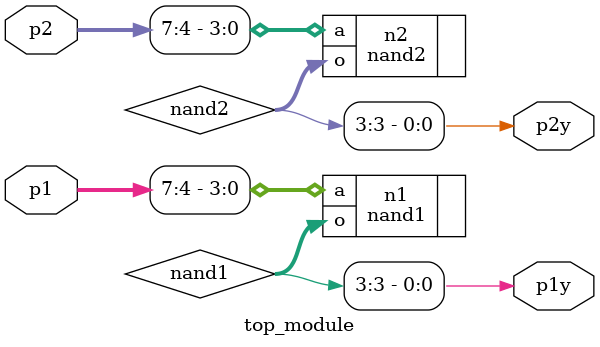
<source format=sv>
module top_module(
    input [7:0] p1,
    output p1y,
    input [7:0] p2,
    output p2y
);

    wire [3:0] nand1;
    wire [3:0] nand2;

    assign p1y = nand1[3];
    assign p2y = nand2[3];

    nand2 #(.N(4)) n2(
        .a({p2[7], p2[6], p2[5], p2[4]}),
        .o(nand2)
    );

    nand1 #(.N(4)) n1(
        .a({p1[7], p1[6], p1[5], p1[4]}),
        .o(nand1)
    );

endmodule

</source>
